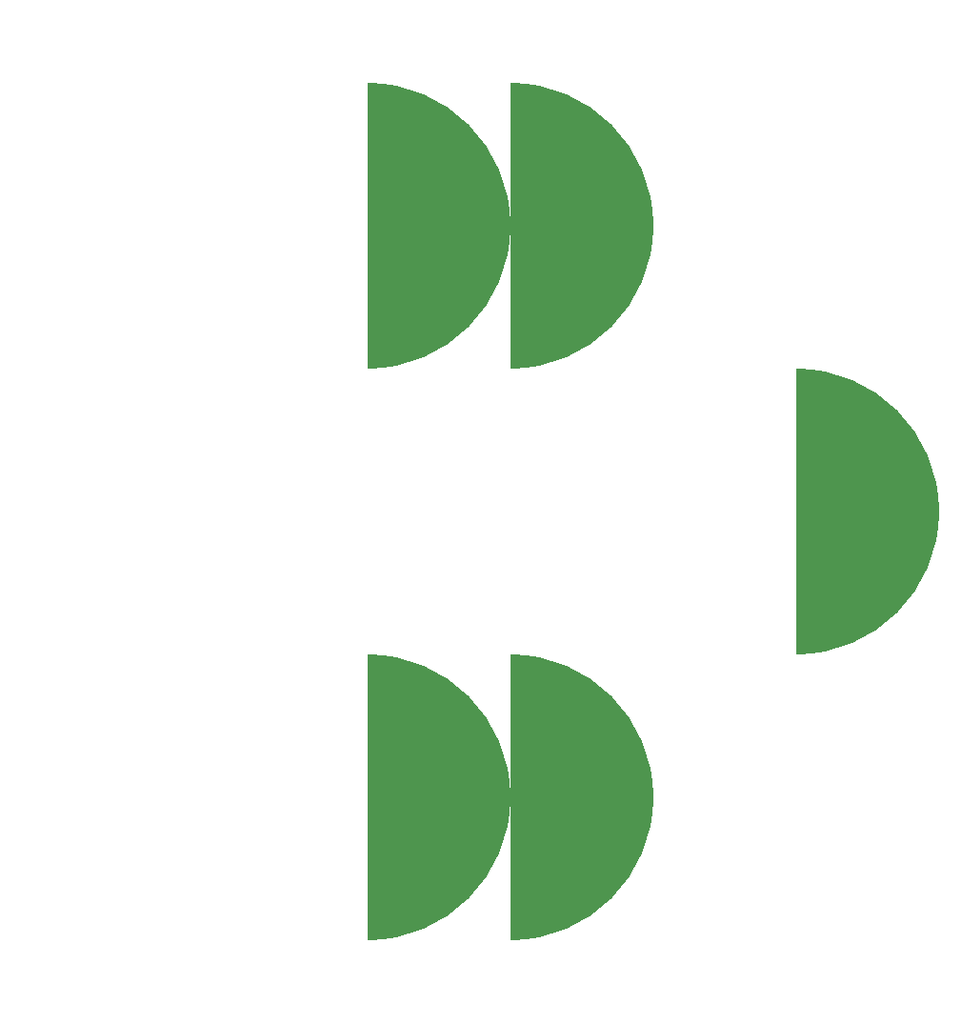
<source format=gbr>
%TF.Part,Single*%
%TF.FileFunction,Other,BugReportExample*%

%FSLAX26Y26*%
%MOIN*%

%LPD*%

%SRX1Y1I0J0*%


G04 ===================================================*
G04 Aperture Macros*
G04 AMHALFCIRCLE draws a half circle by drawing a full circle and then
G04  a rectangular negative object overlapping the other half circle
G04 ===================================================*
%AMHALFCIRCLE*
1,1,1,0,0,0,0*
21,0, 1,1, -0.5, 0, 0*%




G04 ===================================================*
G04 Aperture Definitions*
G04 ===================================================*
%ADD10HALFCIRCLE*%
%ADD20HALFCIRCLE*%
%ADD30HALFCIRCLE*%



G04 ===================================================*
G04 Program*
G04 ===================================================*

G01*

G04 ---------------------------------------------------*
G04 The following code should produce similar outputs. *
G04 That is, 2 half circles side by side.  However,    *
G04 only the flashes done with D10 are correct. With   *
G04 the D20, the second aperture flash erases the first*
G04 which should not happen according to the gerber    *
G04 file format specifications.  The only difference   *
G04 between the D10 and D20 flashes are the Y coords.  *
G04 and the order of the flash statements.             *
G04 Note: D30 shows one flash (one aperture macro).    *
G04                                                    *
G04 See section 4.12.2 of the Ucamco Gerber Format     *
G04 Specification document for more details on aperture*
G04 macro exposure modifiers.                          *
G04 ---------------------------------------------------*


D10*
X500000Y2000000D03*
X0Y2000000D03*


D20*
X0Y0D03*
X500000Y0D03*

D30*
X1500000Y1000000D03*


M02*
</source>
